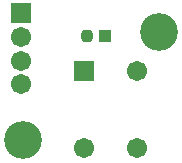
<source format=gbs>
G04*
G04 #@! TF.GenerationSoftware,Altium Limited,Altium Designer,20.1.8 (145)*
G04*
G04 Layer_Color=16711935*
%FSLAX25Y25*%
%MOIN*%
G70*
G04*
G04 #@! TF.SameCoordinates,512E4665-3E73-43E0-93C0-92F3FB546157*
G04*
G04*
G04 #@! TF.FilePolarity,Negative*
G04*
G01*
G75*
G04:AMPARAMS|DCode=18|XSize=39.5mil|YSize=39.5mil|CornerRadius=11.87mil|HoleSize=0mil|Usage=FLASHONLY|Rotation=0.000|XOffset=0mil|YOffset=0mil|HoleType=Round|Shape=RoundedRectangle|*
%AMROUNDEDRECTD18*
21,1,0.03950,0.01575,0,0,0.0*
21,1,0.01575,0.03950,0,0,0.0*
1,1,0.02375,0.00787,-0.00787*
1,1,0.02375,-0.00787,-0.00787*
1,1,0.02375,-0.00787,0.00787*
1,1,0.02375,0.00787,0.00787*
%
%ADD18ROUNDEDRECTD18*%
%ADD19R,0.03950X0.03950*%
%ADD20C,0.12611*%
%ADD21C,0.06706*%
%ADD22R,0.06706X0.06706*%
D18*
X35433Y42807D02*
D03*
D19*
X41339D02*
D03*
D20*
X59449Y44382D02*
D03*
X14173Y8161D02*
D03*
D21*
X13386Y26772D02*
D03*
Y42520D02*
D03*
Y34646D02*
D03*
X34449Y5602D02*
D03*
X52165D02*
D03*
Y31193D02*
D03*
D22*
X13386Y50394D02*
D03*
X34449Y31193D02*
D03*
M02*

</source>
